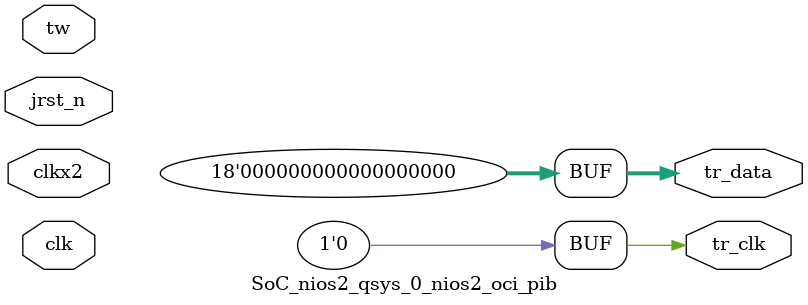
<source format=v>
module SoC_nios2_qsys_0_nios2_oci_pib (
                                         clk,
                                         clkx2,
                                         jrst_n,
                                         tw,
                                         tr_clk,
                                         tr_data
                                      )
;
  output           tr_clk;
  output  [ 17: 0] tr_data;
  input            clk;
  input            clkx2;
  input            jrst_n;
  input   [ 35: 0] tw;
  wire             phase;
  wire             tr_clk;
  reg              tr_clk_reg ;
  wire    [ 17: 0] tr_data;
  reg     [ 17: 0] tr_data_reg ;
  reg              x1 ;
  reg              x2 ;
  assign phase = x1^x2;
  always @(posedge clk or negedge jrst_n)
    begin
      if (jrst_n == 0)
          x1 <= 0;
      else 
        x1 <= ~x1;
    end
  always @(posedge clkx2 or negedge jrst_n)
    begin
      if (jrst_n == 0)
        begin
          x2 <= 0;
          tr_clk_reg <= 0;
          tr_data_reg <= 0;
        end
      else 
        begin
          x2 <= x1;
          tr_clk_reg <= ~phase;
          tr_data_reg <= phase ?   tw[17 : 0] :   tw[35 : 18];
        end
    end
  assign tr_clk = 0 ? tr_clk_reg : 0;
  assign tr_data = 0 ? tr_data_reg : 0;
endmodule
</source>
